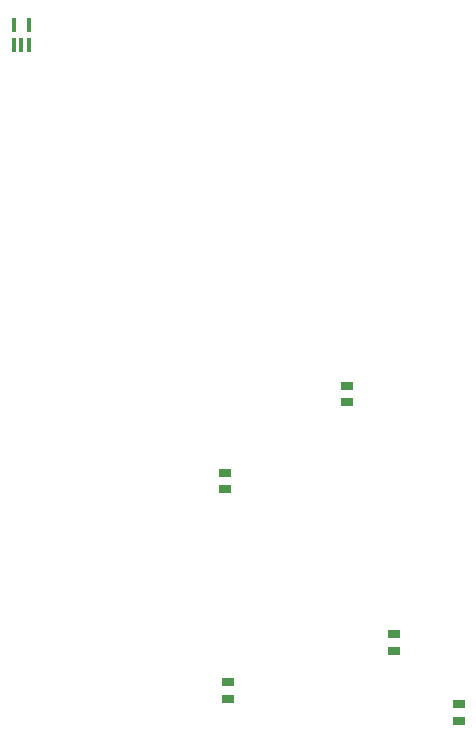
<source format=gbr>
%TF.GenerationSoftware,Altium Limited,Altium Designer,19.1.6 (110)*%
G04 Layer_Color=128*
%FSLAX26Y26*%
%MOIN*%
%TF.FileFunction,Paste,Bot*%
%TF.Part,Single*%
G01*
G75*
%TA.AperFunction,SMDPad,CuDef*%
%ADD58R,0.015748X0.047244*%
%ADD59R,0.039370X0.031496*%
%TA.AperFunction,NonConductor*%
%ADD60R,0.039370X0.025197*%
D58*
X379567Y4574956D02*
D03*
X328386D02*
D03*
Y4508026D02*
D03*
X353976D02*
D03*
X379567D02*
D03*
D59*
X1596457Y2486220D02*
D03*
Y2545276D02*
D03*
D60*
X1437992Y3372042D02*
D03*
X1437992Y3316933D02*
D03*
X1044292Y2327761D02*
D03*
X1044291Y2382870D02*
D03*
X1812008Y2311019D02*
D03*
X1812008Y2255910D02*
D03*
X1033464Y3081689D02*
D03*
X1033465Y3026579D02*
D03*
%TF.MD5,c767aabf0e1e386d431ee5e54153d079*%
M02*

</source>
